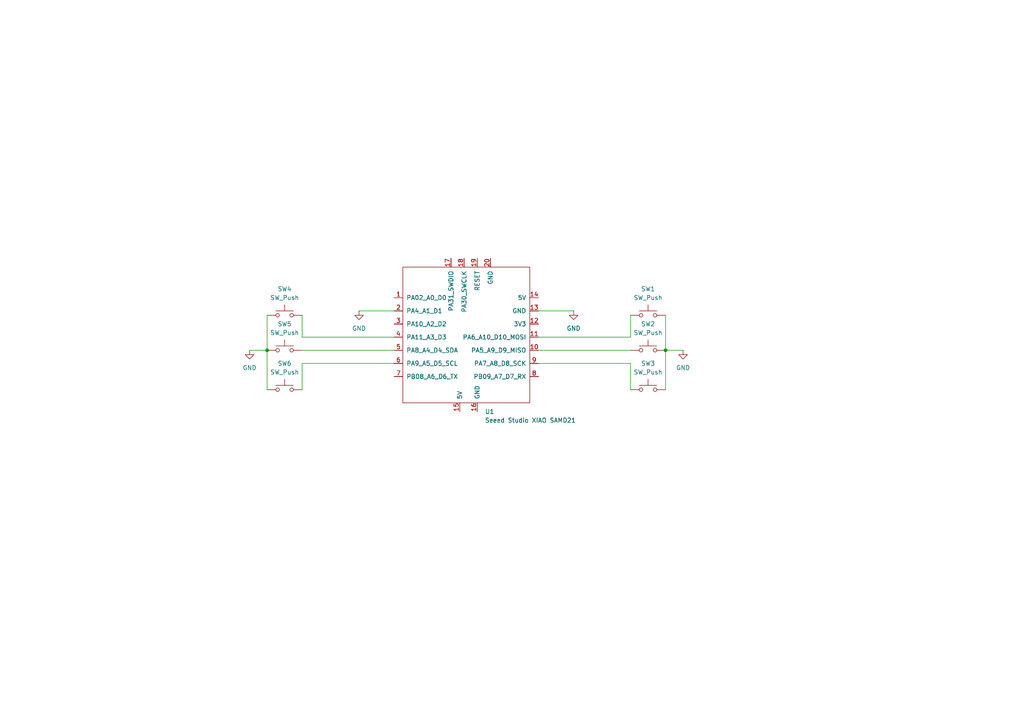
<source format=kicad_sch>
(kicad_sch (version 20231120) (generator "eeschema") (generator_version "8.0")
  (paper "A4")
  (lib_symbols
    (symbol "Seeed_Studio_XIAO_Series:Seeed Studio XIAO SAMD21" (pin_names (offset 1.016))
      (property "Reference" "U" (at -19.05 22.86 0))
      (property "Value" "Seeed Studio XIAO SAMD21" (at -12.7 21.59 0))
      (symbol "Seeed Studio XIAO SAMD21_0_1"
        (rectangle (start -19.05 20.32) (end 17.78 -19.05))
      )
      (symbol "Seeed Studio XIAO SAMD21_1_1"
        (pin unspecified line (at -21.59 11.43 0) (length 2.54) (name "PA02_A0_D0") (number "1"))
        (pin unspecified line (at 20.32 -3.81 180) (length 2.54) (name "PA5_A9_D9_MISO") (number "10"))
        (pin unspecified line (at 20.32 0 180) (length 2.54) (name "PA6_A10_D10_MOSI") (number "11"))
        (pin unspecified line (at 20.32 3.81 180) (length 2.54) (name "3V3") (number "12"))
        (pin unspecified line (at 20.32 7.62 180) (length 2.54) (name "GND") (number "13"))
        (pin unspecified line (at 20.32 11.43 180) (length 2.54) (name "5V") (number "14"))
        (pin input line (at -2.54 -21.59 90) (length 2.54) (name "5V") (number "15"))
        (pin input line (at 2.54 -21.59 90) (length 2.54) (name "GND") (number "16"))
        (pin input line (at -5.08 22.86 270) (length 2.54) (name "PA31_SWDIO") (number "17"))
        (pin input line (at -1.27 22.86 270) (length 2.54) (name "PA30_SWCLK") (number "18"))
        (pin input line (at 2.54 22.86 270) (length 2.54) (name "RESET") (number "19"))
        (pin unspecified line (at -21.59 7.62 0) (length 2.54) (name "PA4_A1_D1") (number "2"))
        (pin input line (at 6.35 22.86 270) (length 2.54) (name "GND") (number "20"))
        (pin unspecified line (at -21.59 3.81 0) (length 2.54) (name "PA10_A2_D2") (number "3"))
        (pin unspecified line (at -21.59 0 0) (length 2.54) (name "PA11_A3_D3") (number "4"))
        (pin unspecified line (at -21.59 -3.81 0) (length 2.54) (name "PA8_A4_D4_SDA") (number "5"))
        (pin unspecified line (at -21.59 -7.62 0) (length 2.54) (name "PA9_A5_D5_SCL") (number "6"))
        (pin unspecified line (at -21.59 -11.43 0) (length 2.54) (name "PB08_A6_D6_TX") (number "7"))
        (pin unspecified line (at 20.32 -11.43 180) (length 2.54) (name "PB09_A7_D7_RX") (number "8"))
        (pin unspecified line (at 20.32 -7.62 180) (length 2.54) (name "PA7_A8_D8_SCK") (number "9"))
      )
    )
    (symbol "Switch:SW_Push" (pin_numbers hide) (pin_names (offset 1.016) hide)
      (property "Reference" "SW" (at 1.27 2.54 0))
      (property "Value" "SW_Push" (at 0 -1.524 0))
      (symbol "SW_Push_0_1"
        (circle (center -2.032 0) (radius 0.508))
        (polyline (pts (xy 0 1.27) (xy 0 3.048)))
        (polyline (pts (xy 2.54 1.27) (xy -2.54 1.27)))
        (circle (center 2.032 0) (radius 0.508))
        (pin passive line (at -5.08 0 0) (length 2.54) (name "1") (number "1"))
        (pin passive line (at 5.08 0 180) (length 2.54) (name "2") (number "2"))
      )
    )
    (symbol "power:GND" (power) (pin_numbers hide) (pin_names (offset 0) hide)
      (property "Value" "GND" (at 0 -3.81 0))
      (symbol "GND_0_1"
        (polyline (pts (xy 0 0) (xy 0 -1.27) (xy 1.27 -1.27) (xy 0 -2.54) (xy -1.27 -1.27) (xy 0 -1.27)))
      )
      (symbol "GND_1_1"
        (pin power_in line (at 0 0 270) (length 0) (name "~") (number "1"))
      )
    )
  )
  (junction (at 77.47 101.6))
  (junction (at 193.04 101.6))
  (wire (pts (xy 77.47 91.44) (xy 77.47 101.6)))
  (wire (pts (xy 77.47 101.6) (xy 72.39 101.6)))
  (wire (pts (xy 114.3 90.17) (xy 104.14 90.17)))
  (wire (pts (xy 193.04 101.6) (xy 193.04 113.03)))
  (wire (pts (xy 182.88 91.44) (xy 182.88 97.79)))
  (wire (pts (xy 193.04 91.44) (xy 193.04 101.6)))
  (wire (pts (xy 87.63 105.41) (xy 87.63 113.03)))
  (wire (pts (xy 156.21 97.79) (xy 182.88 97.79)))
  (wire (pts (xy 87.63 91.44) (xy 87.63 97.79)))
  (wire (pts (xy 156.21 101.6) (xy 182.88 101.6)))
  (wire (pts (xy 114.3 105.41) (xy 87.63 105.41)))
  (wire (pts (xy 114.3 101.6) (xy 87.63 101.6)))
  (wire (pts (xy 182.88 105.41) (xy 182.88 113.03)))
  (wire (pts (xy 156.21 105.41) (xy 182.88 105.41)))
  (wire (pts (xy 114.3 97.79) (xy 87.63 97.79)))
  (wire (pts (xy 156.21 90.17) (xy 166.37 90.17)))
  (wire (pts (xy 77.47 101.6) (xy 77.47 113.03)))
  (wire (pts (xy 193.04 101.6) (xy 198.12 101.6)))
  (symbol (lib_id "Switch:SW_Push") (at 187.96 101.6 0) (unit 1)
    (property "Reference" "SW2" (at 187.96 93.98 0))
    (property "Value" "SW_Push" (at 187.96 96.52 0))
    (property "Footprint" "Button_Switch_Keyboard:SW_Cherry_MX_1.00u_PCB" (effects (hide yes)))
    (property "Description" "Push button switch, generic, two pins" (effects (hide yes)))
  )
  (symbol (lib_id "Seeed_Studio_XIAO_Series:Seeed Studio XIAO SAMD21") (at 135.89 97.79 0) (unit 1)
    (property "Reference" "U1" (at 140.6241 119.38 0) (effects (justify left)))
    (property "Value" "Seeed Studio XIAO SAMD21" (at 140.6241 121.92 0) (effects (justify left)))
    (property "Footprint" "Seeed Studio XIAO Series Library:XIAO-Generic-Thruhole-14P-2.54-21X17.8MM" (effects (hide yes)))
  )
  (symbol (lib_id "power:GND") (at 166.37 90.17 0) (unit 1)
    (property "Reference" "#PWR01" (effects (hide yes)))
    (property "Value" "GND" (at 166.37 95.25 0))
    (property "Description" "Power symbol creates a global label with name \"GND\" , ground" (effects (hide yes)))
  )
  (symbol (lib_id "Switch:SW_Push") (at 82.55 91.44 0) (mirror y) (unit 1)
    (property "Reference" "SW4" (at 82.55 83.82 0))
    (property "Value" "SW_Push" (at 82.55 86.36 0))
    (property "Footprint" "Button_Switch_Keyboard:SW_Cherry_MX_1.00u_PCB" (effects (hide yes)))
    (property "Description" "Push button switch, generic, two pins" (effects (hide yes)))
  )
  (symbol (lib_id "Switch:SW_Push") (at 187.96 113.03 0) (unit 1)
    (property "Reference" "SW3" (at 187.96 105.41 0))
    (property "Value" "SW_Push" (at 187.96 107.95 0))
    (property "Footprint" "Button_Switch_Keyboard:SW_Cherry_MX_1.00u_PCB" (effects (hide yes)))
    (property "Description" "Push button switch, generic, two pins" (effects (hide yes)))
  )
  (symbol (lib_id "power:GND") (at 198.12 101.6 0) (unit 1)
    (property "Reference" "#PWR02" (effects (hide yes)))
    (property "Value" "GND" (at 198.12 106.68 0))
    (property "Description" "Power symbol creates a global label with name \"GND\" , ground" (effects (hide yes)))
  )
  (symbol (lib_id "Switch:SW_Push") (at 187.96 91.44 0) (unit 1)
    (property "Reference" "SW1" (at 187.96 83.82 0))
    (property "Value" "SW_Push" (at 187.96 86.36 0))
    (property "Footprint" "Button_Switch_Keyboard:SW_Cherry_MX_1.00u_PCB" (effects (hide yes)))
    (property "Description" "Push button switch, generic, two pins" (effects (hide yes)))
  )
  (symbol (lib_id "Switch:SW_Push") (at 82.55 113.03 0) (mirror y) (unit 1)
    (property "Reference" "SW6" (at 82.55 105.41 0))
    (property "Value" "SW_Push" (at 82.55 107.95 0))
    (property "Footprint" "Button_Switch_Keyboard:SW_Cherry_MX_1.00u_PCB" (effects (hide yes)))
    (property "Description" "Push button switch, generic, two pins" (effects (hide yes)))
  )
  (symbol (lib_id "power:GND") (at 72.39 101.6 0) (mirror y) (unit 1)
    (property "Reference" "#PWR04" (effects (hide yes)))
    (property "Value" "GND" (at 72.39 106.68 0))
    (property "Description" "Power symbol creates a global label with name \"GND\" , ground" (effects (hide yes)))
  )
  (symbol (lib_id "Switch:SW_Push") (at 82.55 101.6 0) (mirror y) (unit 1)
    (property "Reference" "SW5" (at 82.55 93.98 0))
    (property "Value" "SW_Push" (at 82.55 96.52 0))
    (property "Footprint" "Button_Switch_Keyboard:SW_Cherry_MX_1.00u_PCB" (effects (hide yes)))
    (property "Description" "Push button switch, generic, two pins" (effects (hide yes)))
  )
  (symbol (lib_id "power:GND") (at 104.14 90.17 0) (mirror y) (unit 1)
    (property "Reference" "#PWR03" (effects (hide yes)))
    (property "Value" "GND" (at 104.14 95.25 0))
    (property "Description" "Power symbol creates a global label with name \"GND\" , ground" (effects (hide yes)))
  )
)
</source>
